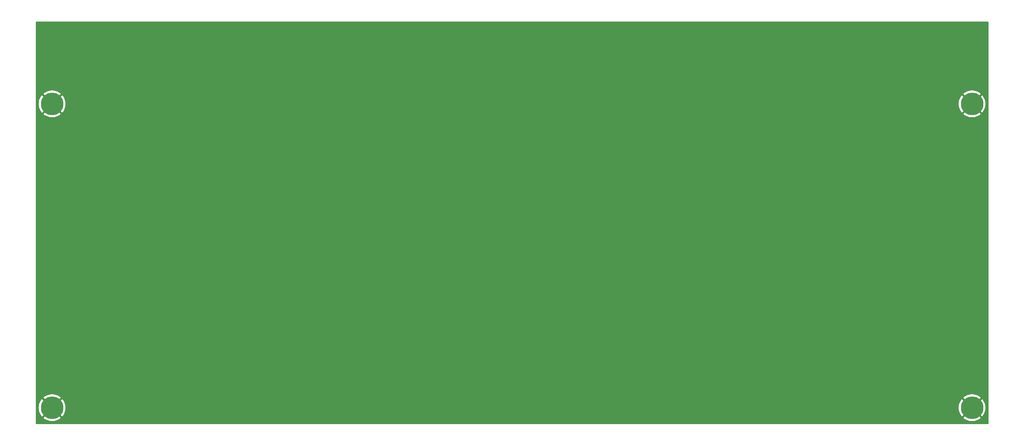
<source format=gbr>
%TF.GenerationSoftware,KiCad,Pcbnew,7.0.10*%
%TF.CreationDate,2024-04-26T10:19:10+01:00*%
%TF.ProjectId,bottom,626f7474-6f6d-42e6-9b69-6361645f7063,rev?*%
%TF.SameCoordinates,Original*%
%TF.FileFunction,Copper,L1,Top*%
%TF.FilePolarity,Positive*%
%FSLAX46Y46*%
G04 Gerber Fmt 4.6, Leading zero omitted, Abs format (unit mm)*
G04 Created by KiCad (PCBNEW 7.0.10) date 2024-04-26 10:19:10*
%MOMM*%
%LPD*%
G01*
G04 APERTURE LIST*
%TA.AperFunction,ComponentPad*%
%ADD10C,5.500000*%
%TD*%
G04 APERTURE END LIST*
D10*
%TO.P,H4,1,1*%
%TO.N,GND*%
X267000000Y-65000000D03*
%TD*%
%TO.P,H1,1,1*%
%TO.N,GND*%
X43000000Y-65000000D03*
%TD*%
%TO.P,H3,1,1*%
%TO.N,GND*%
X267000000Y-139000000D03*
%TD*%
%TO.P,H2,1,1*%
%TO.N,GND*%
X43000000Y-139000000D03*
%TD*%
%TA.AperFunction,Conductor*%
%TO.N,GND*%
G36*
X270942539Y-45020185D02*
G01*
X270988294Y-45072989D01*
X270999500Y-45124500D01*
X270999500Y-142875500D01*
X270979815Y-142942539D01*
X270927011Y-142988294D01*
X270875500Y-142999500D01*
X39124500Y-142999500D01*
X39057461Y-142979815D01*
X39011706Y-142927011D01*
X39000500Y-142875500D01*
X39000500Y-139000002D01*
X39745227Y-139000002D01*
X39764306Y-139351900D01*
X39764308Y-139351917D01*
X39821319Y-139699667D01*
X39821325Y-139699693D01*
X39915600Y-140039243D01*
X39915602Y-140039250D01*
X40046043Y-140366634D01*
X40046052Y-140366652D01*
X40211124Y-140678011D01*
X40408896Y-140969702D01*
X40531914Y-141114532D01*
X41702266Y-139944180D01*
X41865130Y-140134870D01*
X42055819Y-140297733D01*
X40882625Y-141470926D01*
X40882625Y-141470928D01*
X40892900Y-141480660D01*
X41173460Y-141693938D01*
X41173464Y-141693941D01*
X41475445Y-141875635D01*
X41795273Y-142023603D01*
X42129256Y-142136136D01*
X42473437Y-142211896D01*
X42823788Y-142249999D01*
X42823795Y-142250000D01*
X43176205Y-142250000D01*
X43176211Y-142249999D01*
X43526562Y-142211896D01*
X43870743Y-142136136D01*
X44204726Y-142023603D01*
X44524554Y-141875635D01*
X44826535Y-141693941D01*
X44826539Y-141693938D01*
X45107093Y-141480665D01*
X45107105Y-141480654D01*
X45117373Y-141470927D01*
X45117373Y-141470926D01*
X43944180Y-140297733D01*
X44134870Y-140134870D01*
X44297733Y-139944180D01*
X45468084Y-141114532D01*
X45468085Y-141114531D01*
X45591102Y-140969704D01*
X45788875Y-140678011D01*
X45953947Y-140366652D01*
X45953956Y-140366634D01*
X46084397Y-140039250D01*
X46084399Y-140039243D01*
X46178674Y-139699693D01*
X46178680Y-139699667D01*
X46235691Y-139351917D01*
X46235693Y-139351900D01*
X46254773Y-139000002D01*
X263745227Y-139000002D01*
X263764306Y-139351900D01*
X263764308Y-139351917D01*
X263821319Y-139699667D01*
X263821325Y-139699693D01*
X263915600Y-140039243D01*
X263915602Y-140039250D01*
X264046043Y-140366634D01*
X264046052Y-140366652D01*
X264211124Y-140678011D01*
X264408896Y-140969702D01*
X264531914Y-141114532D01*
X265702266Y-139944180D01*
X265865130Y-140134870D01*
X266055819Y-140297733D01*
X264882625Y-141470926D01*
X264882625Y-141470928D01*
X264892900Y-141480660D01*
X265173460Y-141693938D01*
X265173464Y-141693941D01*
X265475445Y-141875635D01*
X265795273Y-142023603D01*
X266129256Y-142136136D01*
X266473437Y-142211896D01*
X266823788Y-142249999D01*
X266823795Y-142250000D01*
X267176205Y-142250000D01*
X267176211Y-142249999D01*
X267526562Y-142211896D01*
X267870743Y-142136136D01*
X268204726Y-142023603D01*
X268524554Y-141875635D01*
X268826535Y-141693941D01*
X268826539Y-141693938D01*
X269107093Y-141480665D01*
X269107105Y-141480654D01*
X269117373Y-141470927D01*
X269117373Y-141470926D01*
X267944180Y-140297733D01*
X268134870Y-140134870D01*
X268297733Y-139944181D01*
X269468084Y-141114532D01*
X269468085Y-141114531D01*
X269591102Y-140969704D01*
X269788875Y-140678011D01*
X269953947Y-140366652D01*
X269953956Y-140366634D01*
X270084397Y-140039250D01*
X270084399Y-140039243D01*
X270178674Y-139699693D01*
X270178680Y-139699667D01*
X270235691Y-139351917D01*
X270235693Y-139351900D01*
X270254773Y-139000002D01*
X270254773Y-138999997D01*
X270235693Y-138648099D01*
X270235691Y-138648082D01*
X270178680Y-138300332D01*
X270178674Y-138300306D01*
X270084399Y-137960756D01*
X270084397Y-137960749D01*
X269953956Y-137633365D01*
X269953947Y-137633347D01*
X269788875Y-137321988D01*
X269591099Y-137030291D01*
X269468085Y-136885467D01*
X269468084Y-136885466D01*
X268297732Y-138055818D01*
X268134870Y-137865130D01*
X267944180Y-137702266D01*
X269117374Y-136529073D01*
X269117373Y-136529072D01*
X269107099Y-136519340D01*
X269107087Y-136519330D01*
X268826539Y-136306061D01*
X268826535Y-136306058D01*
X268524554Y-136124364D01*
X268204726Y-135976396D01*
X267870743Y-135863863D01*
X267526562Y-135788103D01*
X267176211Y-135750000D01*
X266823788Y-135750000D01*
X266473437Y-135788103D01*
X266129256Y-135863863D01*
X265795273Y-135976396D01*
X265475445Y-136124364D01*
X265173464Y-136306058D01*
X265173460Y-136306061D01*
X264892906Y-136519334D01*
X264882625Y-136529071D01*
X264882625Y-136529073D01*
X266055819Y-137702266D01*
X265865130Y-137865130D01*
X265702266Y-138055818D01*
X264531914Y-136885466D01*
X264531913Y-136885466D01*
X264408896Y-137030296D01*
X264211124Y-137321988D01*
X264046052Y-137633347D01*
X264046043Y-137633365D01*
X263915602Y-137960749D01*
X263915600Y-137960756D01*
X263821325Y-138300306D01*
X263821319Y-138300332D01*
X263764308Y-138648082D01*
X263764306Y-138648099D01*
X263745227Y-138999997D01*
X263745227Y-139000002D01*
X46254773Y-139000002D01*
X46254773Y-138999997D01*
X46235693Y-138648099D01*
X46235691Y-138648082D01*
X46178680Y-138300332D01*
X46178674Y-138300306D01*
X46084399Y-137960756D01*
X46084397Y-137960749D01*
X45953956Y-137633365D01*
X45953947Y-137633347D01*
X45788875Y-137321988D01*
X45591099Y-137030291D01*
X45468085Y-136885467D01*
X45468084Y-136885466D01*
X44297732Y-138055818D01*
X44134870Y-137865130D01*
X43944180Y-137702266D01*
X45117374Y-136529073D01*
X45117373Y-136529072D01*
X45107099Y-136519340D01*
X45107087Y-136519330D01*
X44826539Y-136306061D01*
X44826535Y-136306058D01*
X44524554Y-136124364D01*
X44204726Y-135976396D01*
X43870743Y-135863863D01*
X43526562Y-135788103D01*
X43176211Y-135750000D01*
X42823788Y-135750000D01*
X42473437Y-135788103D01*
X42129256Y-135863863D01*
X41795273Y-135976396D01*
X41475445Y-136124364D01*
X41173464Y-136306058D01*
X41173460Y-136306061D01*
X40892906Y-136519334D01*
X40882625Y-136529071D01*
X40882625Y-136529073D01*
X42055819Y-137702266D01*
X41865130Y-137865130D01*
X41702266Y-138055818D01*
X40531914Y-136885466D01*
X40531913Y-136885466D01*
X40408896Y-137030296D01*
X40211124Y-137321988D01*
X40046052Y-137633347D01*
X40046043Y-137633365D01*
X39915602Y-137960749D01*
X39915600Y-137960756D01*
X39821325Y-138300306D01*
X39821319Y-138300332D01*
X39764308Y-138648082D01*
X39764306Y-138648099D01*
X39745227Y-138999997D01*
X39745227Y-139000002D01*
X39000500Y-139000002D01*
X39000500Y-65000002D01*
X39745227Y-65000002D01*
X39764306Y-65351900D01*
X39764308Y-65351917D01*
X39821319Y-65699667D01*
X39821325Y-65699693D01*
X39915600Y-66039243D01*
X39915602Y-66039250D01*
X40046043Y-66366634D01*
X40046052Y-66366652D01*
X40211124Y-66678011D01*
X40408896Y-66969702D01*
X40531914Y-67114532D01*
X41702266Y-65944180D01*
X41865130Y-66134870D01*
X42055819Y-66297733D01*
X40882625Y-67470926D01*
X40882625Y-67470928D01*
X40892900Y-67480660D01*
X41173460Y-67693938D01*
X41173464Y-67693941D01*
X41475445Y-67875635D01*
X41795273Y-68023603D01*
X42129256Y-68136136D01*
X42473437Y-68211896D01*
X42823788Y-68249999D01*
X42823795Y-68250000D01*
X43176205Y-68250000D01*
X43176211Y-68249999D01*
X43526562Y-68211896D01*
X43870743Y-68136136D01*
X44204726Y-68023603D01*
X44524554Y-67875635D01*
X44826535Y-67693941D01*
X44826539Y-67693938D01*
X45107093Y-67480665D01*
X45107105Y-67480654D01*
X45117373Y-67470927D01*
X45117373Y-67470926D01*
X43944180Y-66297733D01*
X44134870Y-66134870D01*
X44297733Y-65944180D01*
X45468084Y-67114532D01*
X45468085Y-67114531D01*
X45591102Y-66969704D01*
X45788875Y-66678011D01*
X45953947Y-66366652D01*
X45953956Y-66366634D01*
X46084397Y-66039250D01*
X46084399Y-66039243D01*
X46178674Y-65699693D01*
X46178680Y-65699667D01*
X46235691Y-65351917D01*
X46235693Y-65351900D01*
X46254773Y-65000002D01*
X263745227Y-65000002D01*
X263764306Y-65351900D01*
X263764308Y-65351917D01*
X263821319Y-65699667D01*
X263821325Y-65699693D01*
X263915600Y-66039243D01*
X263915602Y-66039250D01*
X264046043Y-66366634D01*
X264046052Y-66366652D01*
X264211124Y-66678011D01*
X264408896Y-66969702D01*
X264531914Y-67114532D01*
X265702266Y-65944180D01*
X265865130Y-66134870D01*
X266055819Y-66297733D01*
X264882625Y-67470926D01*
X264882625Y-67470928D01*
X264892900Y-67480660D01*
X265173460Y-67693938D01*
X265173464Y-67693941D01*
X265475445Y-67875635D01*
X265795273Y-68023603D01*
X266129256Y-68136136D01*
X266473437Y-68211896D01*
X266823788Y-68249999D01*
X266823795Y-68250000D01*
X267176205Y-68250000D01*
X267176211Y-68249999D01*
X267526562Y-68211896D01*
X267870743Y-68136136D01*
X268204726Y-68023603D01*
X268524554Y-67875635D01*
X268826535Y-67693941D01*
X268826539Y-67693938D01*
X269107093Y-67480665D01*
X269107105Y-67480654D01*
X269117373Y-67470927D01*
X269117373Y-67470926D01*
X267944180Y-66297733D01*
X268134870Y-66134870D01*
X268297733Y-65944181D01*
X269468084Y-67114532D01*
X269468085Y-67114531D01*
X269591102Y-66969704D01*
X269788875Y-66678011D01*
X269953947Y-66366652D01*
X269953956Y-66366634D01*
X270084397Y-66039250D01*
X270084399Y-66039243D01*
X270178674Y-65699693D01*
X270178680Y-65699667D01*
X270235691Y-65351917D01*
X270235693Y-65351900D01*
X270254773Y-65000002D01*
X270254773Y-64999997D01*
X270235693Y-64648099D01*
X270235691Y-64648082D01*
X270178680Y-64300332D01*
X270178674Y-64300306D01*
X270084399Y-63960756D01*
X270084397Y-63960749D01*
X269953956Y-63633365D01*
X269953947Y-63633347D01*
X269788875Y-63321988D01*
X269591099Y-63030291D01*
X269468085Y-62885467D01*
X269468084Y-62885466D01*
X268297732Y-64055818D01*
X268134870Y-63865130D01*
X267944180Y-63702266D01*
X269117374Y-62529073D01*
X269117373Y-62529072D01*
X269107099Y-62519340D01*
X269107087Y-62519330D01*
X268826539Y-62306061D01*
X268826535Y-62306058D01*
X268524554Y-62124364D01*
X268204726Y-61976396D01*
X267870743Y-61863863D01*
X267526562Y-61788103D01*
X267176211Y-61750000D01*
X266823788Y-61750000D01*
X266473437Y-61788103D01*
X266129256Y-61863863D01*
X265795273Y-61976396D01*
X265475445Y-62124364D01*
X265173464Y-62306058D01*
X265173460Y-62306061D01*
X264892906Y-62519334D01*
X264882625Y-62529071D01*
X264882625Y-62529073D01*
X266055819Y-63702266D01*
X265865130Y-63865130D01*
X265702266Y-64055818D01*
X264531914Y-62885466D01*
X264531913Y-62885466D01*
X264408896Y-63030296D01*
X264211124Y-63321988D01*
X264046052Y-63633347D01*
X264046043Y-63633365D01*
X263915602Y-63960749D01*
X263915600Y-63960756D01*
X263821325Y-64300306D01*
X263821319Y-64300332D01*
X263764308Y-64648082D01*
X263764306Y-64648099D01*
X263745227Y-64999997D01*
X263745227Y-65000002D01*
X46254773Y-65000002D01*
X46254773Y-64999997D01*
X46235693Y-64648099D01*
X46235691Y-64648082D01*
X46178680Y-64300332D01*
X46178674Y-64300306D01*
X46084399Y-63960756D01*
X46084397Y-63960749D01*
X45953956Y-63633365D01*
X45953947Y-63633347D01*
X45788875Y-63321988D01*
X45591099Y-63030291D01*
X45468085Y-62885467D01*
X45468084Y-62885466D01*
X44297732Y-64055818D01*
X44134870Y-63865130D01*
X43944180Y-63702266D01*
X45117374Y-62529073D01*
X45117373Y-62529072D01*
X45107099Y-62519340D01*
X45107087Y-62519330D01*
X44826539Y-62306061D01*
X44826535Y-62306058D01*
X44524554Y-62124364D01*
X44204726Y-61976396D01*
X43870743Y-61863863D01*
X43526562Y-61788103D01*
X43176211Y-61750000D01*
X42823788Y-61750000D01*
X42473437Y-61788103D01*
X42129256Y-61863863D01*
X41795273Y-61976396D01*
X41475445Y-62124364D01*
X41173464Y-62306058D01*
X41173460Y-62306061D01*
X40892906Y-62519334D01*
X40882625Y-62529071D01*
X40882625Y-62529073D01*
X42055819Y-63702266D01*
X41865130Y-63865130D01*
X41702266Y-64055818D01*
X40531914Y-62885466D01*
X40531913Y-62885466D01*
X40408896Y-63030296D01*
X40211124Y-63321988D01*
X40046052Y-63633347D01*
X40046043Y-63633365D01*
X39915602Y-63960749D01*
X39915600Y-63960756D01*
X39821325Y-64300306D01*
X39821319Y-64300332D01*
X39764308Y-64648082D01*
X39764306Y-64648099D01*
X39745227Y-64999997D01*
X39745227Y-65000002D01*
X39000500Y-65000002D01*
X39000500Y-45124500D01*
X39020185Y-45057461D01*
X39072989Y-45011706D01*
X39124500Y-45000500D01*
X270875500Y-45000500D01*
X270942539Y-45020185D01*
G37*
%TD.AperFunction*%
%TD*%
M02*

</source>
